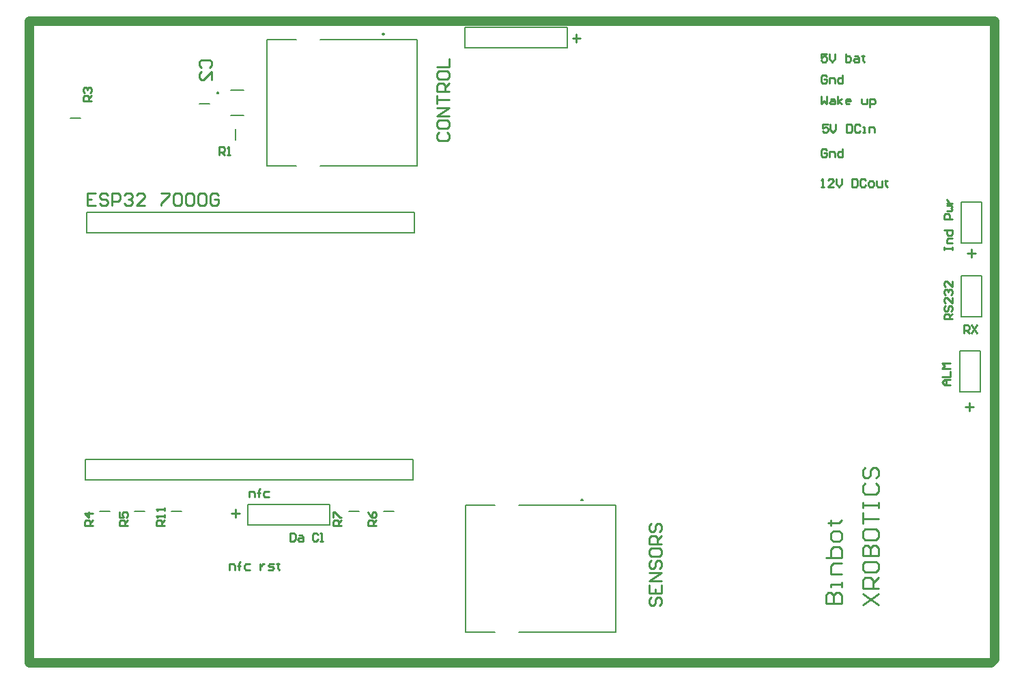
<source format=gto>
%FSTAX23Y23*%
%MOIN*%
%SFA1B1*%

%IPPOS*%
%ADD10C,0.007874*%
%ADD11C,0.047244*%
%ADD12C,0.005000*%
%ADD13C,0.010000*%
%LNbinbot_board-1*%
%LPD*%
G54D10*
X0171Y-00064D02*
D01*
X0171Y-00064*
X0171Y-00064*
X0171Y-00063*
X0171Y-00063*
X0171Y-00063*
X0171Y-00062*
X0171Y-00062*
X0171Y-00062*
X0171Y-00062*
X01709Y-00062*
X01709Y-00061*
X01709Y-00061*
X01709Y-00061*
X01709Y-00061*
X01708Y-00061*
X01708Y-00061*
X01708Y-0006*
X01708Y-0006*
X01707Y-0006*
X01707Y-0006*
X01707Y-0006*
X01706Y-0006*
X01706*
X01706Y-0006*
X01706Y-0006*
X01705Y-0006*
X01705Y-0006*
X01705Y-0006*
X01705Y-00061*
X01704Y-00061*
X01704Y-00061*
X01704Y-00061*
X01704Y-00061*
X01703Y-00061*
X01703Y-00062*
X01703Y-00062*
X01703Y-00062*
X01703Y-00062*
X01703Y-00062*
X01703Y-00063*
X01703Y-00063*
X01702Y-00063*
X01702Y-00064*
X01702Y-00064*
X01702Y-00064*
X01702Y-00064*
X01702Y-00065*
X01702Y-00065*
X01703Y-00065*
X01703Y-00065*
X01703Y-00066*
X01703Y-00066*
X01703Y-00066*
X01703Y-00066*
X01703Y-00067*
X01703Y-00067*
X01704Y-00067*
X01704Y-00067*
X01704Y-00067*
X01704Y-00067*
X01705Y-00068*
X01705Y-00068*
X01705Y-00068*
X01705Y-00068*
X01706Y-00068*
X01706Y-00068*
X01706Y-00068*
X01706*
X01707Y-00068*
X01707Y-00068*
X01707Y-00068*
X01708Y-00068*
X01708Y-00068*
X01708Y-00068*
X01708Y-00067*
X01709Y-00067*
X01709Y-00067*
X01709Y-00067*
X01709Y-00067*
X01709Y-00067*
X0171Y-00066*
X0171Y-00066*
X0171Y-00066*
X0171Y-00066*
X0171Y-00065*
X0171Y-00065*
X0171Y-00065*
X0171Y-00065*
X0171Y-00064*
X0171Y-00064*
X0268Y-02339D02*
D01*
X0268Y-02339*
X0268Y-02339*
X0268Y-02338*
X0268Y-02338*
X0268Y-02338*
X0268Y-02337*
X0268Y-02337*
X0268Y-02337*
X0268Y-02337*
X02679Y-02337*
X02679Y-02336*
X02679Y-02336*
X02679Y-02336*
X02679Y-02336*
X02678Y-02336*
X02678Y-02336*
X02678Y-02335*
X02678Y-02335*
X02677Y-02335*
X02677Y-02335*
X02677Y-02335*
X02676Y-02335*
X02676*
X02676Y-02335*
X02676Y-02335*
X02675Y-02335*
X02675Y-02335*
X02675Y-02335*
X02675Y-02336*
X02674Y-02336*
X02674Y-02336*
X02674Y-02336*
X02674Y-02336*
X02673Y-02336*
X02673Y-02337*
X02673Y-02337*
X02673Y-02337*
X02673Y-02337*
X02673Y-02337*
X02673Y-02338*
X02673Y-02338*
X02672Y-02338*
X02672Y-02339*
X02672Y-02339*
X02672Y-02339*
X02672Y-02339*
X02672Y-0234*
X02672Y-0234*
X02673Y-0234*
X02673Y-0234*
X02673Y-02341*
X02673Y-02341*
X02673Y-02341*
X02673Y-02341*
X02673Y-02342*
X02673Y-02342*
X02674Y-02342*
X02674Y-02342*
X02674Y-02342*
X02674Y-02342*
X02675Y-02343*
X02675Y-02343*
X02675Y-02343*
X02675Y-02343*
X02676Y-02343*
X02676Y-02343*
X02676Y-02343*
X02676*
X02677Y-02343*
X02677Y-02343*
X02677Y-02343*
X02678Y-02343*
X02678Y-02343*
X02678Y-02343*
X02678Y-02342*
X02679Y-02342*
X02679Y-02342*
X02679Y-02342*
X02679Y-02342*
X02679Y-02342*
X0268Y-02341*
X0268Y-02341*
X0268Y-02341*
X0268Y-02341*
X0268Y-0234*
X0268Y-0234*
X0268Y-0234*
X0268Y-0234*
X0268Y-02339*
X0268Y-02339*
X00901Y-00352D02*
D01*
X00901Y-00352*
X00901Y-00352*
X00901Y-00351*
X00901Y-00351*
X00901Y-00351*
X009Y-00351*
X009Y-0035*
X009Y-0035*
X009Y-0035*
X009Y-0035*
X009Y-0035*
X00899Y-00349*
X00899Y-00349*
X00899Y-00349*
X00899Y-00349*
X00899Y-00349*
X00898Y-00349*
X00898Y-00349*
X00898Y-00348*
X00898Y-00348*
X00897Y-00348*
X00897Y-00348*
X00897*
X00896Y-00348*
X00896Y-00348*
X00896Y-00348*
X00896Y-00349*
X00895Y-00349*
X00895Y-00349*
X00895Y-00349*
X00895Y-00349*
X00894Y-00349*
X00894Y-00349*
X00894Y-0035*
X00894Y-0035*
X00894Y-0035*
X00893Y-0035*
X00893Y-0035*
X00893Y-00351*
X00893Y-00351*
X00893Y-00351*
X00893Y-00351*
X00893Y-00352*
X00893Y-00352*
X00893Y-00352*
X00893Y-00353*
X00893Y-00353*
X00893Y-00353*
X00893Y-00353*
X00893Y-00354*
X00893Y-00354*
X00893Y-00354*
X00893Y-00354*
X00894Y-00355*
X00894Y-00355*
X00894Y-00355*
X00894Y-00355*
X00894Y-00355*
X00895Y-00356*
X00895Y-00356*
X00895Y-00356*
X00895Y-00356*
X00896Y-00356*
X00896Y-00356*
X00896Y-00356*
X00896Y-00356*
X00897Y-00356*
X00897*
X00897Y-00356*
X00898Y-00356*
X00898Y-00356*
X00898Y-00356*
X00898Y-00356*
X00899Y-00356*
X00899Y-00356*
X00899Y-00356*
X00899Y-00355*
X00899Y-00355*
X009Y-00355*
X009Y-00355*
X009Y-00355*
X009Y-00354*
X009Y-00354*
X009Y-00354*
X00901Y-00354*
X00901Y-00353*
X00901Y-00353*
X00901Y-00353*
X00901Y-00353*
X00901Y-00352*
X01045Y-0246D02*
Y-0236D01*
X01445*
X01045Y-0246D02*
X01445D01*
Y-0236*
X02605Y-0013D02*
Y-0003D01*
X02105Y-0013D02*
X02605D01*
X02105Y-0003D02*
X02605D01*
X02105Y-0013D02*
Y-0003D01*
X01851Y-0224D02*
Y-0214D01*
X00326D02*
X01851D01*
X00251D02*
X00326D01*
X00251Y-0224D02*
Y-0214D01*
Y-0224D02*
X01851D01*
X00671Y-02395D02*
X00722D01*
X00806Y-00405D02*
X00857D01*
X04526Y-00885D02*
X04626D01*
Y-01085D02*
Y-00885D01*
X04526Y-01085D02*
X04626D01*
X04526D02*
Y-00885D01*
Y-01245D02*
X04626D01*
Y-01445D02*
Y-01245D01*
X04526Y-01445D02*
X04626D01*
X04526D02*
Y-01245D01*
X04521Y-0161D02*
X04621D01*
Y-0181D02*
Y-0161D01*
X04521Y-0181D02*
X04621D01*
X04521D02*
Y-0161D01*
X01536Y-02395D02*
X01587D01*
X01706D02*
X01757D01*
X00491D02*
X00542D01*
X00321D02*
X00372D01*
X00176Y-00475D02*
X00227D01*
X00256Y-01035D02*
X01856D01*
X00256D02*
Y-00935D01*
X00331*
X01856*
Y-01035D02*
Y-00935D01*
X00985Y-0058D02*
Y-00529D01*
G54D11*
X04673Y-03135D02*
X04691Y-03117D01*
Y-00002*
X-00018Y-03135D02*
X04673D01*
X-00023Y0D02*
X04683D01*
X-00023Y-03135D02*
Y0D01*
G54D12*
X01399Y-00709D02*
X0187D01*
X01136D02*
X0128D01*
X01399Y-0009D02*
X0187D01*
X01136D02*
X0128D01*
X0187Y-00709D02*
Y-0009D01*
X01136Y-00709D02*
Y-0009D01*
X02369Y-02984D02*
X0284D01*
X02106D02*
X0225D01*
X02369Y-02365D02*
X0284D01*
X02106D02*
X0225D01*
X0284Y-02984D02*
Y-02365D01*
X02106Y-02984D02*
Y-02365D01*
X0096Y-00338D02*
X01023D01*
X0096Y-00461D02*
X01023D01*
G54D13*
X00281Y-0039D02*
X00242D01*
Y-0037*
X00248Y-00364*
X00261*
X00268Y-0037*
Y-0039*
Y-00377D02*
X00281Y-00364D01*
X00248Y-0035D02*
X00242Y-00344D01*
Y-00331*
X00248Y-00324*
X00255*
X00261Y-00331*
Y-00337*
Y-00331*
X00268Y-00324*
X00274*
X00281Y-00331*
Y-00344*
X00274Y-0035*
X00965Y-02405D02*
X01004D01*
X00984Y-02385D02*
Y-02425D01*
X0125Y-025D02*
Y-0254D01*
X01269*
X01276Y-02533*
Y-02507*
X01269Y-025*
X0125*
X01295Y-02513D02*
X01309D01*
X01315Y-0252*
Y-0254*
X01295*
X01289Y-02533*
X01295Y-02526*
X01315*
X01386Y-02507D02*
X01379Y-025D01*
X01366*
X0136Y-02507*
Y-02533*
X01366Y-0254*
X01379*
X01386Y-02533*
X01399Y-0254D02*
X01412D01*
X01405*
Y-025*
X01399*
X00955Y-0268D02*
Y-02653D01*
X00974*
X00981Y-0266*
Y-0268*
X01D02*
Y-02647D01*
Y-0266*
X00994*
X01007*
X01*
Y-02647*
X01007Y-0264*
X01053Y-02653D02*
X01033D01*
X01027Y-0266*
Y-02673*
X01033Y-0268*
X01053*
X01105Y-02653D02*
Y-0268D01*
Y-02666*
X01112Y-0266*
X01118Y-02653*
X01125*
X01145Y-0268D02*
X01164D01*
X01171Y-02673*
X01164Y-02666*
X01151*
X01145Y-0266*
X01151Y-02653*
X01171*
X01191Y-02647D02*
Y-02653D01*
X01184*
X01197*
X01191*
Y-02673*
X01197Y-0268*
X03871Y-00632D02*
X03864Y-00625D01*
X03851*
X03845Y-00632*
Y-00658*
X03851Y-00665*
X03864*
X03871Y-00658*
Y-00645*
X03858*
X03884Y-00665D02*
Y-00638D01*
X03904*
X0391Y-00645*
Y-00665*
X03949Y-00625D02*
Y-00665D01*
X0393*
X03923Y-00658*
Y-00645*
X0393Y-00638*
X03949*
X03845Y-0081D02*
X03858D01*
X03851*
Y-0077*
X03845Y-00777*
X03904Y-0081D02*
X03877D01*
X03904Y-00783*
Y-00777*
X03897Y-0077*
X03884*
X03877Y-00777*
X03917Y-0077D02*
Y-00796D01*
X0393Y-0081*
X03943Y-00796*
Y-0077*
X03995D02*
Y-0081D01*
X04015*
X04022Y-00803*
Y-00777*
X04015Y-0077*
X03995*
X04061Y-00777D02*
X04054Y-0077D01*
X04041*
X04035Y-00777*
Y-00803*
X04041Y-0081*
X04054*
X04061Y-00803*
X04081Y-0081D02*
X04094D01*
X041Y-00803*
Y-0079*
X04094Y-00783*
X04081*
X04074Y-0079*
Y-00803*
X04081Y-0081*
X04113Y-00783D02*
Y-00803D01*
X0412Y-0081*
X0414*
Y-00783*
X04159Y-00777D02*
Y-00783D01*
X04153*
X04166*
X04159*
Y-00803*
X04166Y-0081*
X03845Y-00367D02*
Y-00406D01*
X03858Y-00393*
X03871Y-00406*
Y-00367*
X0389Y-0038D02*
X03904D01*
X0391Y-00387*
Y-00406*
X0389*
X03884Y-004*
X0389Y-00393*
X0391*
X03923Y-00406D02*
Y-00367D01*
Y-00393D02*
X03943Y-0038D01*
X03923Y-00393D02*
X03943Y-00406D01*
X03982D02*
X03969D01*
X03963Y-004*
Y-00387*
X03969Y-0038*
X03982*
X03989Y-00387*
Y-00393*
X03963*
X04041Y-0038D02*
Y-004D01*
X04048Y-00406*
X04068*
Y-0038*
X04081Y-0042D02*
Y-0038D01*
X041*
X04107Y-00387*
Y-004*
X041Y-00406*
X04081*
X03871Y-00272D02*
X03864Y-00265D01*
X03851*
X03845Y-00272*
Y-00298*
X03851Y-00305*
X03864*
X03871Y-00298*
Y-00285*
X03858*
X03884Y-00305D02*
Y-00278D01*
X03904*
X0391Y-00285*
Y-00305*
X03949Y-00265D02*
Y-00305D01*
X0393*
X03923Y-00298*
Y-00285*
X0393Y-00278*
X03949*
X03871Y-0016D02*
X03845D01*
Y-0018*
X03858Y-00173*
X03864*
X03871Y-0018*
Y-00193*
X03864Y-002*
X03851*
X03845Y-00193*
X03884Y-0016D02*
Y-00186D01*
X03897Y-002*
X0391Y-00186*
Y-0016*
X03963D02*
Y-002D01*
X03982*
X03989Y-00193*
Y-00186*
Y-0018*
X03982Y-00173*
X03963*
X04008D02*
X04022D01*
X04028Y-0018*
Y-002*
X04008*
X04002Y-00193*
X04008Y-00186*
X04028*
X04048Y-00167D02*
Y-00173D01*
X04041*
X04054*
X04048*
Y-00193*
X04054Y-002*
X0263Y-00085D02*
X02669D01*
X02649Y-00065D02*
Y-00105D01*
X0454Y-01525D02*
Y-01485D01*
X04559*
X04566Y-01492*
Y-01505*
X04559Y-01511*
X0454*
X04553D02*
X04566Y-01525D01*
X04579Y-01485D02*
X04605Y-01525D01*
Y-01485D02*
X04579Y-01525D01*
X03876Y-00505D02*
X0385D01*
Y-00525*
X03863Y-00518*
X03869*
X03876Y-00525*
Y-00538*
X03869Y-00545*
X03856*
X0385Y-00538*
X03889Y-00505D02*
Y-00531D01*
X03902Y-00545*
X03915Y-00531*
Y-00505*
X03968D02*
Y-00545D01*
X03987*
X03994Y-00538*
Y-00512*
X03987Y-00505*
X03968*
X04033Y-00512D02*
X04027Y-00505D01*
X04013*
X04007Y-00512*
Y-00538*
X04013Y-00545*
X04027*
X04033Y-00538*
X04046Y-00545D02*
X04059D01*
X04053*
Y-00518*
X04046*
X04079Y-00545D02*
Y-00518D01*
X04099*
X04105Y-00525*
Y-00545*
X04046Y-0285D02*
X04125Y-02797D01*
X04046D02*
X04125Y-0285D01*
Y-02771D02*
X04046D01*
Y-02731*
X04059Y-02718*
X04085*
X04098Y-02731*
Y-02771*
Y-02745D02*
X04125Y-02718D01*
X04046Y-02653D02*
Y-02679D01*
X04059Y-02692*
X04111*
X04125Y-02679*
Y-02653*
X04111Y-0264*
X04059*
X04046Y-02653*
Y-02613D02*
X04125D01*
Y-02574*
X04111Y-02561*
X04098*
X04085Y-02574*
Y-02613*
Y-02574*
X04072Y-02561*
X04059*
X04046Y-02574*
Y-02613*
Y-02495D02*
Y-02522D01*
X04059Y-02535*
X04111*
X04125Y-02522*
Y-02495*
X04111Y-02482*
X04059*
X04046Y-02495*
Y-02456D02*
Y-02403D01*
Y-0243*
X04125*
X04046Y-02377D02*
Y-02351D01*
Y-02364*
X04125*
Y-02377*
Y-02351*
X04059Y-02259D02*
X04046Y-02272D01*
Y-02298*
X04059Y-02312*
X04111*
X04125Y-02298*
Y-02272*
X04111Y-02259*
X04059Y-0218D02*
X04046Y-02194D01*
Y-0222*
X04059Y-02233*
X04072*
X04085Y-0222*
Y-02194*
X04098Y-0218*
X04111*
X04125Y-02194*
Y-0222*
X04111Y-02233*
X03866Y-02845D02*
X03945D01*
Y-02805*
X03931Y-02792*
X03918*
X03905Y-02805*
Y-02845*
Y-02805*
X03892Y-02792*
X03879*
X03866Y-02805*
Y-02845*
X03945Y-02766D02*
Y-0274D01*
Y-02753*
X03892*
Y-02766*
X03945Y-027D02*
X03892D01*
Y-02661*
X03905Y-02648*
X03945*
X03866Y-02621D02*
X03945D01*
Y-02582*
X03931Y-02569*
X03918*
X03905*
X03892Y-02582*
Y-02621*
X03945Y-0253D02*
Y-02503D01*
X03931Y-0249*
X03905*
X03892Y-02503*
Y-0253*
X03905Y-02543*
X03931*
X03945Y-0253*
X03879Y-02451D02*
X03892D01*
Y-02464*
Y-02438*
Y-02451*
X03931*
X03945Y-02438*
X04556Y-01135D02*
X04596D01*
X04576Y-01115D02*
Y-01155D01*
X04546Y-01885D02*
X04586D01*
X04566Y-01865D02*
Y-01905D01*
X0105Y-02326D02*
Y-02299D01*
X0107*
X01077Y-02306*
Y-02326*
X01096D02*
Y-02293D01*
Y-02306*
X0109*
X01103*
X01096*
Y-02293*
X01103Y-02286*
X01149Y-02299D02*
X01129D01*
X01122Y-02306*
Y-02319*
X01129Y-02326*
X01149*
X00636Y-02465D02*
X00597D01*
Y-02445*
X00604Y-02438*
X00617*
X00623Y-02445*
Y-02465*
Y-02451D02*
X00636Y-02438D01*
Y-02425D02*
Y-02412D01*
Y-02419*
X00597*
X00604Y-02425*
X00636Y-02392D02*
Y-02379D01*
Y-02386*
X00597*
X00604Y-02392*
X04474Y-01777D02*
X04448D01*
X04435Y-01764*
X04448Y-01751*
X04474*
X04455*
Y-01777*
X04435Y-01738D02*
X04474D01*
Y-01711*
Y-01698D02*
X04435D01*
X04448Y-01685*
X04435Y-01672*
X04474*
X04484Y-01456D02*
X04445D01*
Y-01437*
X04451Y-0143*
X04465*
X04471Y-01437*
Y-01456*
Y-01443D02*
X04484Y-0143D01*
X04451Y-01391D02*
X04445Y-01397D01*
Y-0141*
X04451Y-01417*
X04458*
X04465Y-0141*
Y-01397*
X04471Y-01391*
X04478*
X04484Y-01397*
Y-0141*
X04478Y-01417*
X04484Y-01351D02*
Y-01378D01*
X04458Y-01351*
X04451*
X04445Y-01358*
Y-01371*
X04451Y-01378*
Y-01338D02*
X04445Y-01332D01*
Y-01319*
X04451Y-01312*
X04458*
X04465Y-01319*
Y-01325*
Y-01319*
X04471Y-01312*
X04478*
X04484Y-01319*
Y-01332*
X04478Y-01338*
X04484Y-01273D02*
Y-01299D01*
X04458Y-01273*
X04451*
X04445Y-01279*
Y-01292*
X04451Y-01299*
X04445Y-01119D02*
Y-01106D01*
Y-01113*
X04484*
Y-01119*
Y-01106*
Y-01086D02*
X04458D01*
Y-01067*
X04465Y-0106*
X04484*
X04445Y-01021D02*
X04484D01*
Y-0104*
X04478Y-01047*
X04465*
X04458Y-0104*
Y-01021*
X04484Y-00968D02*
X04445D01*
Y-00949*
X04451Y-00942*
X04465*
X04471Y-00949*
Y-00968*
X04458Y-00929D02*
X04478D01*
X04484Y-00922*
X04478Y-00916*
X04484Y-00909*
X04478Y-00903*
X04458*
Y-0089D02*
X04484D01*
X04471*
X04465Y-00883*
X04458Y-00876*
Y-0087*
X01501Y-02465D02*
X01462D01*
Y-02445*
X01469Y-02438*
X01482*
X01488Y-02445*
Y-02465*
Y-02451D02*
X01501Y-02438D01*
X01462Y-02425D02*
Y-02399D01*
X01469*
X01495Y-02425*
X01501*
X01671Y-02465D02*
X01632D01*
Y-02445*
X01639Y-02438*
X01652*
X01658Y-02445*
Y-02465*
Y-02451D02*
X01671Y-02438D01*
X01632Y-02399D02*
X01639Y-02412D01*
X01652Y-02425*
X01665*
X01671Y-02419*
Y-02405*
X01665Y-02399*
X01658*
X01652Y-02405*
Y-02425*
X00456Y-02465D02*
X00417D01*
Y-02445*
X00424Y-02438*
X00437*
X00443Y-02445*
Y-02465*
Y-02451D02*
X00456Y-02438D01*
X00417Y-02399D02*
Y-02425D01*
X00437*
X0043Y-02412*
Y-02405*
X00437Y-02399*
X0045*
X00456Y-02405*
Y-02419*
X0045Y-02425*
X00286Y-02465D02*
X00247D01*
Y-02445*
X00254Y-02438*
X00267*
X00273Y-02445*
Y-02465*
Y-02451D02*
X00286Y-02438D01*
Y-02405D02*
X00247D01*
X00267Y-02425*
Y-02399*
X03015Y-02814D02*
X03005Y-02824D01*
Y-02844*
X03015Y-02854*
X03025*
X03035Y-02844*
Y-02824*
X03044Y-02814*
X03054*
X03064Y-02824*
Y-02844*
X03054Y-02854*
X03005Y-02754D02*
Y-02794D01*
X03064*
Y-02754*
X03035Y-02794D02*
Y-02774D01*
X03064Y-02734D02*
X03005D01*
X03064Y-02694*
X03005*
X03015Y-02635D02*
X03005Y-02645D01*
Y-02664*
X03015Y-02674*
X03025*
X03035Y-02664*
Y-02645*
X03044Y-02635*
X03054*
X03064Y-02645*
Y-02664*
X03054Y-02674*
X03005Y-02585D02*
Y-02605D01*
X03015Y-02615*
X03054*
X03064Y-02605*
Y-02585*
X03054Y-02575*
X03015*
X03005Y-02585*
X03064Y-02555D02*
X03005D01*
Y-02525*
X03015Y-02515*
X03035*
X03044Y-02525*
Y-02555*
Y-02535D02*
X03064Y-02515D01*
X03015Y-02455D02*
X03005Y-02465D01*
Y-02485*
X03015Y-02495*
X03025*
X03035Y-02485*
Y-02465*
X03044Y-02455*
X03054*
X03064Y-02465*
Y-02485*
X03054Y-02495*
X01976Y-00544D02*
X01966Y-00554D01*
Y-00574*
X01976Y-00584*
X02016*
X02026Y-00574*
Y-00554*
X02016Y-00544*
X01966Y-00494D02*
Y-00514D01*
X01976Y-00524*
X02016*
X02026Y-00514*
Y-00494*
X02016Y-00484*
X01976*
X01966Y-00494*
X02026Y-00464D02*
X01966D01*
X02026Y-00424*
X01966*
Y-00404D02*
Y-00365D01*
Y-00385*
X02026*
Y-00345D02*
X01966D01*
Y-00315*
X01976Y-00305*
X01996*
X02006Y-00315*
Y-00345*
Y-00325D02*
X02026Y-00305D01*
X01966Y-00255D02*
Y-00275D01*
X01976Y-00285*
X02016*
X02026Y-00275*
Y-00255*
X02016Y-00245*
X01976*
X01966Y-00255*
Y-00225D02*
X02026D01*
Y-00185*
X00905Y-00655D02*
Y-00615D01*
X00925*
X00932Y-00622*
Y-00635*
X00925Y-00641*
X00905*
X00919D02*
X00932Y-00655D01*
X00945D02*
X00958D01*
X00951*
Y-00615*
X00945Y-00622*
X00816Y-00229D02*
X00806Y-00219D01*
Y-00199*
X00816Y-0019*
X00856*
X00866Y-00199*
Y-00219*
X00856Y-00229*
X00866Y-00289D02*
Y-00249D01*
X00826Y-00289*
X00816*
X00806Y-00279*
Y-00259*
X00816Y-00249*
X00302Y-00841D02*
X00262D01*
Y-00901*
X00302*
X00262Y-00871D02*
X00282D01*
X00362Y-00851D02*
X00352Y-00841D01*
X00332*
X00322Y-00851*
Y-00861*
X00332Y-00871*
X00352*
X00362Y-00881*
Y-00891*
X00352Y-00901*
X00332*
X00322Y-00891*
X00382Y-00901D02*
Y-00841D01*
X00412*
X00422Y-00851*
Y-00871*
X00412Y-00881*
X00382*
X00442Y-00851D02*
X00452Y-00841D01*
X00472*
X00482Y-00851*
Y-00861*
X00472Y-00871*
X00462*
X00472*
X00482Y-00881*
Y-00891*
X00472Y-00901*
X00452*
X00442Y-00891*
X00542Y-00901D02*
X00502D01*
X00542Y-00861*
Y-00851*
X00532Y-00841*
X00512*
X00502Y-00851*
X00622Y-00841D02*
X00662D01*
Y-00851*
X00622Y-00891*
Y-00901*
X00682Y-00851D02*
X00692Y-00841D01*
X00712*
X00722Y-00851*
Y-00891*
X00712Y-00901*
X00692*
X00682Y-00891*
Y-00851*
X00742D02*
X00752Y-00841D01*
X00772*
X00782Y-00851*
Y-00891*
X00772Y-00901*
X00752*
X00742Y-00891*
Y-00851*
X00802D02*
X00812Y-00841D01*
X00832*
X00842Y-00851*
Y-00891*
X00832Y-00901*
X00812*
X00802Y-00891*
Y-00851*
X00902D02*
X00892Y-00841D01*
X00872*
X00862Y-00851*
Y-00891*
X00872Y-00901*
X00892*
X00902Y-00891*
Y-00871*
X00882*
M02*
</source>
